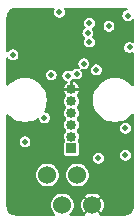
<source format=gbr>
%TF.GenerationSoftware,KiCad,Pcbnew,8.0.8-8.0.8-0~ubuntu24.04.1*%
%TF.CreationDate,2025-02-26T12:27:19-05:00*%
%TF.ProjectId,imu-board,696d752d-626f-4617-9264-2e6b69636164,rev?*%
%TF.SameCoordinates,Original*%
%TF.FileFunction,Copper,L2,Inr*%
%TF.FilePolarity,Positive*%
%FSLAX46Y46*%
G04 Gerber Fmt 4.6, Leading zero omitted, Abs format (unit mm)*
G04 Created by KiCad (PCBNEW 8.0.8-8.0.8-0~ubuntu24.04.1) date 2025-02-26 12:27:19*
%MOMM*%
%LPD*%
G01*
G04 APERTURE LIST*
%TA.AperFunction,ComponentPad*%
%ADD10R,0.850000X0.850000*%
%TD*%
%TA.AperFunction,ComponentPad*%
%ADD11O,0.850000X0.850000*%
%TD*%
%TA.AperFunction,ComponentPad*%
%ADD12C,1.524000*%
%TD*%
%TA.AperFunction,ViaPad*%
%ADD13C,0.508000*%
%TD*%
G04 APERTURE END LIST*
D10*
%TO.N,/MISO*%
%TO.C,J3*%
X56134000Y-69278000D03*
D11*
%TO.N,VCC*%
X56134000Y-68278000D03*
%TO.N,/SCK*%
X56134000Y-67278000D03*
%TO.N,/MOSI*%
X56134000Y-66278000D03*
%TO.N,/nRESET*%
X56134000Y-65278000D03*
%TO.N,GND*%
X56134000Y-64278000D03*
%TD*%
D12*
%TO.N,VCC*%
%TO.C,J2*%
X54097000Y-71521000D03*
%TO.N,/TXD*%
X55367000Y-74061000D03*
%TO.N,/RXD*%
X56637000Y-71521000D03*
%TO.N,GND*%
X57907000Y-74061000D03*
%TD*%
D13*
%TO.N,VCC*%
X54410800Y-63048476D03*
X55107000Y-57753000D03*
X51181000Y-61341000D03*
X61053000Y-60726000D03*
X60907000Y-58026000D03*
X59307000Y-58926000D03*
%TO.N,GND*%
X51181000Y-58928000D03*
X60107000Y-59126000D03*
X59563000Y-61214000D03*
X59690000Y-69723000D03*
X54607000Y-58953000D03*
X52324000Y-70104000D03*
X54607000Y-61453000D03*
X59507000Y-59826000D03*
%TO.N,/nRESET*%
X57658000Y-60270300D03*
%TO.N,/TXD*%
X57658000Y-58674000D03*
X58238200Y-62611000D03*
%TO.N,/RXD*%
X57514680Y-59508779D03*
X57187200Y-62103000D03*
%TO.N,/MOSI*%
X53848000Y-66675000D03*
%TO.N,Net-(JP1-A)*%
X60706000Y-69850000D03*
X55825200Y-63133033D03*
%TO.N,Net-(JP2-A)*%
X56566036Y-62972631D03*
X60706000Y-67564000D03*
%TO.N,Net-(U1-PC3)*%
X52197000Y-68707000D03*
X58420000Y-70104000D03*
%TD*%
%TA.AperFunction,Conductor*%
%TO.N,GND*%
G36*
X54688000Y-57385407D02*
G01*
X54723964Y-57434907D01*
X54723964Y-57496093D01*
X54719867Y-57506613D01*
X54685615Y-57581618D01*
X54666425Y-57623638D01*
X54666424Y-57623641D01*
X54647826Y-57752997D01*
X54647826Y-57753002D01*
X54666424Y-57882358D01*
X54666425Y-57882361D01*
X54720719Y-58001250D01*
X54742167Y-58026002D01*
X54806305Y-58100021D01*
X54886336Y-58151453D01*
X54892416Y-58155361D01*
X54916252Y-58170679D01*
X55041653Y-58207500D01*
X55041654Y-58207500D01*
X55172346Y-58207500D01*
X55172347Y-58207500D01*
X55297748Y-58170679D01*
X55407695Y-58100021D01*
X55493282Y-58001248D01*
X55547574Y-57882364D01*
X55566174Y-57753000D01*
X55561691Y-57721822D01*
X55547575Y-57623641D01*
X55547574Y-57623638D01*
X55547574Y-57623636D01*
X55494136Y-57506623D01*
X55487163Y-57445839D01*
X55517250Y-57392563D01*
X55572906Y-57367145D01*
X55584191Y-57366500D01*
X60579118Y-57366500D01*
X60614139Y-57366500D01*
X60623842Y-57366977D01*
X60683184Y-57372821D01*
X60765271Y-57380906D01*
X60784304Y-57384692D01*
X60808037Y-57391891D01*
X60858234Y-57426875D01*
X60878281Y-57484683D01*
X60860520Y-57543234D01*
X60811737Y-57580163D01*
X60807192Y-57581618D01*
X60763383Y-57594482D01*
X60716252Y-57608321D01*
X60716250Y-57608321D01*
X60716247Y-57608323D01*
X60606309Y-57678976D01*
X60606304Y-57678980D01*
X60520719Y-57777749D01*
X60466425Y-57896638D01*
X60466424Y-57896641D01*
X60447826Y-58025997D01*
X60447826Y-58026002D01*
X60466424Y-58155358D01*
X60466425Y-58155361D01*
X60466425Y-58155362D01*
X60466426Y-58155364D01*
X60495716Y-58219500D01*
X60520719Y-58274250D01*
X60541940Y-58298740D01*
X60606305Y-58373021D01*
X60716252Y-58443679D01*
X60841653Y-58480500D01*
X60841654Y-58480500D01*
X60972346Y-58480500D01*
X60972347Y-58480500D01*
X61097748Y-58443679D01*
X61207695Y-58373021D01*
X61244683Y-58330333D01*
X61297076Y-58298740D01*
X61358037Y-58303976D01*
X61404278Y-58344043D01*
X61418500Y-58395167D01*
X61418500Y-60239322D01*
X61399593Y-60297513D01*
X61350093Y-60333477D01*
X61288907Y-60333477D01*
X61265979Y-60322608D01*
X61243748Y-60308321D01*
X61181047Y-60289910D01*
X61118348Y-60271500D01*
X61118347Y-60271500D01*
X60987653Y-60271500D01*
X60987651Y-60271500D01*
X60862252Y-60308321D01*
X60862247Y-60308323D01*
X60752309Y-60378976D01*
X60752304Y-60378980D01*
X60666719Y-60477749D01*
X60612425Y-60596638D01*
X60612424Y-60596641D01*
X60593826Y-60725997D01*
X60593826Y-60726002D01*
X60612424Y-60855358D01*
X60612425Y-60855361D01*
X60666719Y-60974250D01*
X60687499Y-60998231D01*
X60752305Y-61073021D01*
X60862252Y-61143679D01*
X60987653Y-61180500D01*
X60987654Y-61180500D01*
X61118346Y-61180500D01*
X61118347Y-61180500D01*
X61243748Y-61143679D01*
X61265976Y-61129393D01*
X61325150Y-61113838D01*
X61382167Y-61136036D01*
X61415247Y-61187508D01*
X61418500Y-61212677D01*
X61418500Y-63926691D01*
X61399593Y-63984882D01*
X61350093Y-64020846D01*
X61288907Y-64020846D01*
X61240958Y-63986958D01*
X61211270Y-63948268D01*
X61211268Y-63948266D01*
X61211265Y-63948262D01*
X61039738Y-63776735D01*
X61039733Y-63776731D01*
X61039731Y-63776729D01*
X60847292Y-63629066D01*
X60847289Y-63629064D01*
X60637212Y-63507776D01*
X60637208Y-63507774D01*
X60637204Y-63507772D01*
X60413105Y-63414948D01*
X60413104Y-63414947D01*
X60413100Y-63414946D01*
X60178789Y-63352162D01*
X60178786Y-63352161D01*
X60178784Y-63352161D01*
X59938289Y-63320500D01*
X59938288Y-63320500D01*
X59695712Y-63320500D01*
X59695710Y-63320500D01*
X59455218Y-63352161D01*
X59455213Y-63352161D01*
X59220907Y-63414944D01*
X59220894Y-63414948D01*
X58996795Y-63507772D01*
X58786707Y-63629066D01*
X58594268Y-63776729D01*
X58422729Y-63948268D01*
X58275066Y-64140707D01*
X58153772Y-64350795D01*
X58060948Y-64574894D01*
X58060944Y-64574907D01*
X57998161Y-64809213D01*
X57998161Y-64809218D01*
X57966500Y-65049710D01*
X57966500Y-65292289D01*
X57998161Y-65532781D01*
X57998161Y-65532786D01*
X57998162Y-65532789D01*
X58053273Y-65738466D01*
X58060944Y-65767092D01*
X58060948Y-65767105D01*
X58153772Y-65991204D01*
X58153774Y-65991208D01*
X58153776Y-65991212D01*
X58244500Y-66148350D01*
X58275066Y-66201292D01*
X58422729Y-66393731D01*
X58422730Y-66393732D01*
X58422735Y-66393738D01*
X58594262Y-66565265D01*
X58594266Y-66565268D01*
X58594268Y-66565270D01*
X58774932Y-66703898D01*
X58786711Y-66712936D01*
X58996788Y-66834224D01*
X59220900Y-66927054D01*
X59455211Y-66989838D01*
X59695712Y-67021500D01*
X59695713Y-67021500D01*
X59938287Y-67021500D01*
X59938288Y-67021500D01*
X60178789Y-66989838D01*
X60413100Y-66927054D01*
X60637212Y-66834224D01*
X60847289Y-66712936D01*
X61039738Y-66565265D01*
X61211265Y-66393738D01*
X61240957Y-66355041D01*
X61291381Y-66320385D01*
X61352546Y-66321986D01*
X61401088Y-66359233D01*
X61418500Y-66415308D01*
X61418500Y-74161139D01*
X61418023Y-74170843D01*
X61404093Y-74312271D01*
X61400307Y-74331305D01*
X61360472Y-74462624D01*
X61353045Y-74480554D01*
X61288357Y-74601577D01*
X61277575Y-74617714D01*
X61190517Y-74723794D01*
X61176794Y-74737517D01*
X61070714Y-74824575D01*
X61054577Y-74835357D01*
X60933554Y-74900045D01*
X60915624Y-74907472D01*
X60784305Y-74947307D01*
X60765271Y-74951093D01*
X60623843Y-74965023D01*
X60614139Y-74965500D01*
X58597957Y-74965500D01*
X58539766Y-74946593D01*
X58503802Y-74897093D01*
X58503802Y-74835907D01*
X58512091Y-74823761D01*
X58512851Y-74808274D01*
X58096253Y-74391676D01*
X58140940Y-74365876D01*
X58211876Y-74294940D01*
X58237676Y-74250253D01*
X58654274Y-74666851D01*
X58710739Y-74598050D01*
X58710744Y-74598043D01*
X58800072Y-74430923D01*
X58855081Y-74249585D01*
X58855082Y-74249580D01*
X58873655Y-74061003D01*
X58873655Y-74060996D01*
X58855082Y-73872419D01*
X58855081Y-73872414D01*
X58800072Y-73691076D01*
X58710744Y-73523956D01*
X58710740Y-73523950D01*
X58654274Y-73455147D01*
X58237675Y-73871745D01*
X58211876Y-73827060D01*
X58140940Y-73756124D01*
X58096251Y-73730323D01*
X58512851Y-73313724D01*
X58512852Y-73313724D01*
X58444049Y-73257259D01*
X58444043Y-73257255D01*
X58276923Y-73167927D01*
X58095585Y-73112918D01*
X58095580Y-73112917D01*
X57907003Y-73094345D01*
X57906997Y-73094345D01*
X57718419Y-73112917D01*
X57718414Y-73112918D01*
X57537076Y-73167927D01*
X57369952Y-73257257D01*
X57301147Y-73313724D01*
X57717746Y-73730323D01*
X57673060Y-73756124D01*
X57602124Y-73827060D01*
X57576323Y-73871746D01*
X57159724Y-73455147D01*
X57103257Y-73523952D01*
X57013927Y-73691076D01*
X56958918Y-73872414D01*
X56958917Y-73872419D01*
X56940345Y-74060996D01*
X56940345Y-74061003D01*
X56958917Y-74249580D01*
X56958918Y-74249585D01*
X57013927Y-74430923D01*
X57103255Y-74598043D01*
X57103259Y-74598049D01*
X57159724Y-74666851D01*
X57576323Y-74250251D01*
X57602124Y-74294940D01*
X57673060Y-74365876D01*
X57717745Y-74391675D01*
X57301147Y-74808275D01*
X57302026Y-74826184D01*
X57311833Y-74841504D01*
X57308231Y-74902583D01*
X57269415Y-74949880D01*
X57216041Y-74965500D01*
X56058747Y-74965500D01*
X56000556Y-74946593D01*
X55964592Y-74897093D01*
X55964592Y-74835907D01*
X55995942Y-74789972D01*
X56050883Y-74744883D01*
X56171162Y-74598324D01*
X56260537Y-74431115D01*
X56315573Y-74249683D01*
X56315574Y-74249678D01*
X56334157Y-74061003D01*
X56334157Y-74060996D01*
X56315574Y-73872321D01*
X56315573Y-73872316D01*
X56298877Y-73817280D01*
X56260537Y-73690885D01*
X56171162Y-73523676D01*
X56050883Y-73377117D01*
X55904324Y-73256838D01*
X55864959Y-73235797D01*
X55737120Y-73167465D01*
X55737115Y-73167463D01*
X55555683Y-73112426D01*
X55555678Y-73112425D01*
X55367003Y-73093843D01*
X55366997Y-73093843D01*
X55178321Y-73112425D01*
X55178316Y-73112426D01*
X54996884Y-73167463D01*
X54996879Y-73167465D01*
X54829681Y-73256835D01*
X54829671Y-73256841D01*
X54683121Y-73377113D01*
X54683113Y-73377121D01*
X54562841Y-73523671D01*
X54562835Y-73523681D01*
X54473465Y-73690879D01*
X54473463Y-73690884D01*
X54418426Y-73872316D01*
X54418425Y-73872321D01*
X54399843Y-74060996D01*
X54399843Y-74061003D01*
X54418425Y-74249678D01*
X54418426Y-74249683D01*
X54473463Y-74431115D01*
X54473465Y-74431120D01*
X54541797Y-74558959D01*
X54562838Y-74598324D01*
X54562840Y-74598326D01*
X54562841Y-74598328D01*
X54572566Y-74610178D01*
X54683117Y-74744883D01*
X54683121Y-74744886D01*
X54738058Y-74789972D01*
X54771045Y-74841504D01*
X54767443Y-74902583D01*
X54728627Y-74949880D01*
X54675253Y-74965500D01*
X51423861Y-74965500D01*
X51414157Y-74965023D01*
X51272728Y-74951093D01*
X51253694Y-74947307D01*
X51122375Y-74907472D01*
X51104445Y-74900045D01*
X51039183Y-74865162D01*
X50983420Y-74835356D01*
X50967287Y-74824576D01*
X50870174Y-74744878D01*
X50861205Y-74737517D01*
X50847482Y-74723794D01*
X50800750Y-74666851D01*
X50760421Y-74617710D01*
X50749645Y-74601581D01*
X50684953Y-74480551D01*
X50677527Y-74462624D01*
X50672823Y-74447118D01*
X50637691Y-74331302D01*
X50633906Y-74312270D01*
X50619977Y-74170842D01*
X50619500Y-74161139D01*
X50619500Y-71520996D01*
X53129843Y-71520996D01*
X53129843Y-71521003D01*
X53148425Y-71709678D01*
X53148426Y-71709683D01*
X53203463Y-71891115D01*
X53203465Y-71891120D01*
X53271797Y-72018959D01*
X53292838Y-72058324D01*
X53413117Y-72204883D01*
X53559676Y-72325162D01*
X53726885Y-72414537D01*
X53853280Y-72452877D01*
X53908316Y-72469573D01*
X53908321Y-72469574D01*
X54096997Y-72488157D01*
X54097000Y-72488157D01*
X54097003Y-72488157D01*
X54285678Y-72469574D01*
X54285683Y-72469573D01*
X54467115Y-72414537D01*
X54634324Y-72325162D01*
X54780883Y-72204883D01*
X54901162Y-72058324D01*
X54990537Y-71891115D01*
X55045573Y-71709683D01*
X55045574Y-71709678D01*
X55064157Y-71521003D01*
X55064157Y-71520996D01*
X55669843Y-71520996D01*
X55669843Y-71521003D01*
X55688425Y-71709678D01*
X55688426Y-71709683D01*
X55743463Y-71891115D01*
X55743465Y-71891120D01*
X55811797Y-72018959D01*
X55832838Y-72058324D01*
X55953117Y-72204883D01*
X56099676Y-72325162D01*
X56266885Y-72414537D01*
X56393280Y-72452877D01*
X56448316Y-72469573D01*
X56448321Y-72469574D01*
X56636997Y-72488157D01*
X56637000Y-72488157D01*
X56637003Y-72488157D01*
X56825678Y-72469574D01*
X56825683Y-72469573D01*
X57007115Y-72414537D01*
X57174324Y-72325162D01*
X57320883Y-72204883D01*
X57441162Y-72058324D01*
X57530537Y-71891115D01*
X57585573Y-71709683D01*
X57585574Y-71709678D01*
X57604157Y-71521003D01*
X57604157Y-71520996D01*
X57585574Y-71332321D01*
X57585573Y-71332316D01*
X57568877Y-71277280D01*
X57530537Y-71150885D01*
X57441162Y-70983676D01*
X57320883Y-70837117D01*
X57174324Y-70716838D01*
X57134959Y-70695797D01*
X57007120Y-70627465D01*
X57007115Y-70627463D01*
X56825683Y-70572426D01*
X56825678Y-70572425D01*
X56637003Y-70553843D01*
X56636997Y-70553843D01*
X56448321Y-70572425D01*
X56448316Y-70572426D01*
X56266884Y-70627463D01*
X56266879Y-70627465D01*
X56099681Y-70716835D01*
X56099671Y-70716841D01*
X55953121Y-70837113D01*
X55953113Y-70837121D01*
X55832841Y-70983671D01*
X55832835Y-70983681D01*
X55743465Y-71150879D01*
X55743463Y-71150884D01*
X55688426Y-71332316D01*
X55688425Y-71332321D01*
X55669843Y-71520996D01*
X55064157Y-71520996D01*
X55045574Y-71332321D01*
X55045573Y-71332316D01*
X55028877Y-71277280D01*
X54990537Y-71150885D01*
X54901162Y-70983676D01*
X54780883Y-70837117D01*
X54634324Y-70716838D01*
X54594959Y-70695797D01*
X54467120Y-70627465D01*
X54467115Y-70627463D01*
X54285683Y-70572426D01*
X54285678Y-70572425D01*
X54097003Y-70553843D01*
X54096997Y-70553843D01*
X53908321Y-70572425D01*
X53908316Y-70572426D01*
X53726884Y-70627463D01*
X53726879Y-70627465D01*
X53559681Y-70716835D01*
X53559671Y-70716841D01*
X53413121Y-70837113D01*
X53413113Y-70837121D01*
X53292841Y-70983671D01*
X53292835Y-70983681D01*
X53203465Y-71150879D01*
X53203463Y-71150884D01*
X53148426Y-71332316D01*
X53148425Y-71332321D01*
X53129843Y-71520996D01*
X50619500Y-71520996D01*
X50619500Y-70103997D01*
X57960826Y-70103997D01*
X57960826Y-70104002D01*
X57979424Y-70233358D01*
X57979425Y-70233361D01*
X57979425Y-70233362D01*
X57979426Y-70233364D01*
X58033718Y-70352248D01*
X58033719Y-70352250D01*
X58076511Y-70401634D01*
X58119305Y-70451021D01*
X58229252Y-70521679D01*
X58354653Y-70558500D01*
X58354654Y-70558500D01*
X58485346Y-70558500D01*
X58485347Y-70558500D01*
X58610748Y-70521679D01*
X58720695Y-70451021D01*
X58806282Y-70352248D01*
X58860574Y-70233364D01*
X58865799Y-70197023D01*
X58879174Y-70104002D01*
X58879174Y-70103997D01*
X58860575Y-69974641D01*
X58860574Y-69974638D01*
X58860574Y-69974636D01*
X58806282Y-69855752D01*
X58806280Y-69855750D01*
X58806280Y-69855749D01*
X58801296Y-69849997D01*
X60246826Y-69849997D01*
X60246826Y-69850002D01*
X60265424Y-69979358D01*
X60265425Y-69979361D01*
X60319719Y-70098250D01*
X60362511Y-70147634D01*
X60405305Y-70197021D01*
X60515252Y-70267679D01*
X60640653Y-70304500D01*
X60640654Y-70304500D01*
X60771346Y-70304500D01*
X60771347Y-70304500D01*
X60896748Y-70267679D01*
X61006695Y-70197021D01*
X61092282Y-70098248D01*
X61146574Y-69979364D01*
X61157482Y-69903498D01*
X61165174Y-69850002D01*
X61165174Y-69849997D01*
X61146575Y-69720641D01*
X61146574Y-69720638D01*
X61146574Y-69720636D01*
X61092282Y-69601752D01*
X61092280Y-69601750D01*
X61092280Y-69601749D01*
X61057281Y-69561358D01*
X61006695Y-69502979D01*
X60976779Y-69483753D01*
X60896752Y-69432323D01*
X60896749Y-69432322D01*
X60896748Y-69432321D01*
X60834047Y-69413910D01*
X60771348Y-69395500D01*
X60771347Y-69395500D01*
X60640653Y-69395500D01*
X60640651Y-69395500D01*
X60515252Y-69432321D01*
X60515247Y-69432323D01*
X60405309Y-69502976D01*
X60405304Y-69502980D01*
X60319719Y-69601749D01*
X60265425Y-69720638D01*
X60265424Y-69720641D01*
X60246826Y-69849997D01*
X58801296Y-69849997D01*
X58741709Y-69781231D01*
X58720695Y-69756979D01*
X58667427Y-69722746D01*
X58610752Y-69686323D01*
X58610749Y-69686322D01*
X58610748Y-69686321D01*
X58548047Y-69667910D01*
X58485348Y-69649500D01*
X58485347Y-69649500D01*
X58354653Y-69649500D01*
X58354651Y-69649500D01*
X58229252Y-69686321D01*
X58229247Y-69686323D01*
X58119309Y-69756976D01*
X58119304Y-69756980D01*
X58033719Y-69855749D01*
X57979425Y-69974638D01*
X57979424Y-69974641D01*
X57960826Y-70103997D01*
X50619500Y-70103997D01*
X50619500Y-68706997D01*
X51737826Y-68706997D01*
X51737826Y-68707002D01*
X51756424Y-68836358D01*
X51756425Y-68836361D01*
X51810719Y-68955250D01*
X51853511Y-69004634D01*
X51896305Y-69054021D01*
X52006252Y-69124679D01*
X52131653Y-69161500D01*
X52131654Y-69161500D01*
X52262346Y-69161500D01*
X52262347Y-69161500D01*
X52387748Y-69124679D01*
X52497695Y-69054021D01*
X52583282Y-68955248D01*
X52637574Y-68836364D01*
X52638021Y-68833253D01*
X52656174Y-68707002D01*
X52656174Y-68706997D01*
X52637575Y-68577641D01*
X52637574Y-68577638D01*
X52637574Y-68577636D01*
X52583282Y-68458752D01*
X52583280Y-68458750D01*
X52583280Y-68458749D01*
X52548281Y-68418358D01*
X52497695Y-68359979D01*
X52467779Y-68340753D01*
X52387752Y-68289323D01*
X52387749Y-68289322D01*
X52387748Y-68289321D01*
X52325047Y-68270910D01*
X52262348Y-68252500D01*
X52262347Y-68252500D01*
X52131653Y-68252500D01*
X52131651Y-68252500D01*
X52006252Y-68289321D01*
X52006247Y-68289323D01*
X51896309Y-68359976D01*
X51896304Y-68359980D01*
X51810719Y-68458749D01*
X51756425Y-68577638D01*
X51756424Y-68577641D01*
X51737826Y-68706997D01*
X50619500Y-68706997D01*
X50619500Y-66453102D01*
X50638407Y-66394911D01*
X50687907Y-66358947D01*
X50749093Y-66358947D01*
X50795268Y-66391583D01*
X50795594Y-66391298D01*
X50796784Y-66392655D01*
X50797046Y-66392840D01*
X50797735Y-66393738D01*
X50969262Y-66565265D01*
X50969266Y-66565268D01*
X50969268Y-66565270D01*
X51149932Y-66703898D01*
X51161711Y-66712936D01*
X51371788Y-66834224D01*
X51595900Y-66927054D01*
X51830211Y-66989838D01*
X52070712Y-67021500D01*
X52070713Y-67021500D01*
X52313287Y-67021500D01*
X52313288Y-67021500D01*
X52553789Y-66989838D01*
X52788100Y-66927054D01*
X53012212Y-66834224D01*
X53222289Y-66712936D01*
X53243001Y-66697042D01*
X53300673Y-66676617D01*
X53359340Y-66693992D01*
X53396589Y-66742532D01*
X53401261Y-66761493D01*
X53407424Y-66804359D01*
X53407425Y-66804361D01*
X53407425Y-66804362D01*
X53407426Y-66804364D01*
X53432910Y-66860167D01*
X53461719Y-66923250D01*
X53504511Y-66972634D01*
X53547305Y-67022021D01*
X53657252Y-67092679D01*
X53782653Y-67129500D01*
X53782654Y-67129500D01*
X53913346Y-67129500D01*
X53913347Y-67129500D01*
X54038748Y-67092679D01*
X54148695Y-67022021D01*
X54234282Y-66923248D01*
X54288574Y-66804364D01*
X54303019Y-66703898D01*
X54307174Y-66675002D01*
X54307174Y-66674997D01*
X54288575Y-66545641D01*
X54288574Y-66545638D01*
X54288574Y-66545636D01*
X54234282Y-66426752D01*
X54234280Y-66426750D01*
X54234280Y-66426749D01*
X54199281Y-66386358D01*
X54148695Y-66327979D01*
X54118779Y-66308753D01*
X54038752Y-66257323D01*
X54038749Y-66257322D01*
X54038748Y-66257321D01*
X53976047Y-66238910D01*
X53913348Y-66220500D01*
X53913347Y-66220500D01*
X53894318Y-66220500D01*
X53836127Y-66201593D01*
X53800163Y-66152093D01*
X53800163Y-66090907D01*
X53808581Y-66072000D01*
X53855224Y-65991212D01*
X53948054Y-65767100D01*
X54010838Y-65532789D01*
X54042500Y-65292288D01*
X54042500Y-65049712D01*
X54010838Y-64809211D01*
X53948054Y-64574900D01*
X53855224Y-64350788D01*
X53733936Y-64140711D01*
X53730617Y-64136386D01*
X53586270Y-63948268D01*
X53586268Y-63948266D01*
X53586265Y-63948262D01*
X53414738Y-63776735D01*
X53414733Y-63776731D01*
X53414731Y-63776729D01*
X53222292Y-63629066D01*
X53222289Y-63629064D01*
X53012212Y-63507776D01*
X53012208Y-63507774D01*
X53012204Y-63507772D01*
X52788105Y-63414948D01*
X52788104Y-63414947D01*
X52788100Y-63414946D01*
X52553789Y-63352162D01*
X52553786Y-63352161D01*
X52553784Y-63352161D01*
X52313289Y-63320500D01*
X52313288Y-63320500D01*
X52070712Y-63320500D01*
X52070710Y-63320500D01*
X51830218Y-63352161D01*
X51830213Y-63352161D01*
X51595907Y-63414944D01*
X51595894Y-63414948D01*
X51371795Y-63507772D01*
X51161707Y-63629066D01*
X50969268Y-63776729D01*
X50797731Y-63948266D01*
X50797039Y-63949169D01*
X50796786Y-63949342D01*
X50795594Y-63950702D01*
X50795248Y-63950399D01*
X50746612Y-63983822D01*
X50685448Y-63982217D01*
X50636908Y-63944967D01*
X50619500Y-63888897D01*
X50619500Y-63048473D01*
X53951626Y-63048473D01*
X53951626Y-63048478D01*
X53970224Y-63177834D01*
X53970225Y-63177837D01*
X54024519Y-63296726D01*
X54045120Y-63320500D01*
X54110105Y-63395497D01*
X54220052Y-63466155D01*
X54345453Y-63502976D01*
X54345454Y-63502976D01*
X54476146Y-63502976D01*
X54476147Y-63502976D01*
X54601548Y-63466155D01*
X54711495Y-63395497D01*
X54797082Y-63296724D01*
X54851374Y-63177840D01*
X54857816Y-63133035D01*
X54857817Y-63133030D01*
X55366026Y-63133030D01*
X55366026Y-63133035D01*
X55384624Y-63262391D01*
X55384625Y-63262394D01*
X55384625Y-63262395D01*
X55384626Y-63262397D01*
X55425620Y-63352162D01*
X55438919Y-63381283D01*
X55478646Y-63427130D01*
X55524505Y-63480054D01*
X55634452Y-63550712D01*
X55747331Y-63583856D01*
X55797838Y-63618392D01*
X55818400Y-63676019D01*
X55801162Y-63734726D01*
X55780486Y-63755495D01*
X55780834Y-63755887D01*
X55662745Y-63860503D01*
X55662745Y-63860504D01*
X55576526Y-63985414D01*
X55522705Y-64127329D01*
X55522705Y-64127330D01*
X55516552Y-64178000D01*
X55904823Y-64178000D01*
X55884000Y-64228272D01*
X55884000Y-64327728D01*
X55904823Y-64378000D01*
X55516552Y-64378000D01*
X55522705Y-64428669D01*
X55522705Y-64428670D01*
X55576526Y-64570585D01*
X55662745Y-64695495D01*
X55662746Y-64695497D01*
X55671851Y-64703563D01*
X55702870Y-64756303D01*
X55696964Y-64817202D01*
X55671855Y-64851764D01*
X55662368Y-64860169D01*
X55576079Y-64985180D01*
X55522215Y-65127209D01*
X55522214Y-65127210D01*
X55503906Y-65277998D01*
X55503906Y-65278001D01*
X55522214Y-65428789D01*
X55522215Y-65428790D01*
X55576079Y-65570819D01*
X55662368Y-65695830D01*
X55662369Y-65695832D01*
X55671474Y-65703898D01*
X55702493Y-65756638D01*
X55696587Y-65817537D01*
X55671474Y-65852102D01*
X55662369Y-65860167D01*
X55662368Y-65860169D01*
X55576079Y-65985180D01*
X55522215Y-66127209D01*
X55522214Y-66127210D01*
X55503906Y-66277998D01*
X55503906Y-66278001D01*
X55522214Y-66428789D01*
X55522215Y-66428790D01*
X55576079Y-66570819D01*
X55662368Y-66695830D01*
X55662369Y-66695832D01*
X55671474Y-66703898D01*
X55702493Y-66756638D01*
X55696587Y-66817537D01*
X55671474Y-66852102D01*
X55662369Y-66860167D01*
X55662368Y-66860169D01*
X55576079Y-66985180D01*
X55522215Y-67127209D01*
X55522214Y-67127210D01*
X55503906Y-67277998D01*
X55503906Y-67278001D01*
X55522214Y-67428789D01*
X55522215Y-67428791D01*
X55524434Y-67434641D01*
X55576079Y-67570819D01*
X55662368Y-67695830D01*
X55662369Y-67695832D01*
X55671474Y-67703898D01*
X55702493Y-67756638D01*
X55696587Y-67817537D01*
X55671474Y-67852102D01*
X55662369Y-67860167D01*
X55662368Y-67860169D01*
X55576079Y-67985180D01*
X55522215Y-68127209D01*
X55522214Y-68127210D01*
X55503906Y-68277998D01*
X55503906Y-68278001D01*
X55522214Y-68428789D01*
X55522215Y-68428790D01*
X55576080Y-68570821D01*
X55576081Y-68570824D01*
X55580666Y-68577466D01*
X55598159Y-68636097D01*
X55577848Y-68693813D01*
X55569195Y-68703701D01*
X55564447Y-68708449D01*
X55520134Y-68774766D01*
X55520132Y-68774772D01*
X55508501Y-68833241D01*
X55508500Y-68833253D01*
X55508500Y-69722746D01*
X55508501Y-69722758D01*
X55515309Y-69756980D01*
X55520133Y-69781231D01*
X55564448Y-69847552D01*
X55630769Y-69891867D01*
X55675231Y-69900711D01*
X55689241Y-69903498D01*
X55689246Y-69903498D01*
X55689252Y-69903500D01*
X55689253Y-69903500D01*
X56578747Y-69903500D01*
X56578748Y-69903500D01*
X56637231Y-69891867D01*
X56703552Y-69847552D01*
X56747867Y-69781231D01*
X56759500Y-69722748D01*
X56759500Y-68833252D01*
X56747867Y-68774769D01*
X56703552Y-68708448D01*
X56703548Y-68708445D01*
X56698807Y-68703704D01*
X56671030Y-68649187D01*
X56680601Y-68588755D01*
X56687338Y-68577458D01*
X56691921Y-68570819D01*
X56745785Y-68428791D01*
X56762719Y-68289323D01*
X56764094Y-68278001D01*
X56764094Y-68277998D01*
X56745785Y-68127210D01*
X56745785Y-68127209D01*
X56691921Y-67985181D01*
X56605632Y-67860170D01*
X56596525Y-67852102D01*
X56565507Y-67799366D01*
X56571410Y-67738466D01*
X56596524Y-67703898D01*
X56605632Y-67695830D01*
X56691921Y-67570819D01*
X56694508Y-67563997D01*
X60246826Y-67563997D01*
X60246826Y-67564002D01*
X60265424Y-67693358D01*
X60265425Y-67693361D01*
X60265425Y-67693362D01*
X60265426Y-67693364D01*
X60270237Y-67703898D01*
X60319719Y-67812250D01*
X60361243Y-67860171D01*
X60405305Y-67911021D01*
X60515252Y-67981679D01*
X60640653Y-68018500D01*
X60640654Y-68018500D01*
X60771346Y-68018500D01*
X60771347Y-68018500D01*
X60896748Y-67981679D01*
X61006695Y-67911021D01*
X61092282Y-67812248D01*
X61146574Y-67693364D01*
X61146575Y-67693358D01*
X61165174Y-67564002D01*
X61165174Y-67563997D01*
X61146575Y-67434641D01*
X61146574Y-67434638D01*
X61146574Y-67434636D01*
X61092282Y-67315752D01*
X61092280Y-67315750D01*
X61092280Y-67315749D01*
X61057281Y-67275358D01*
X61006695Y-67216979D01*
X60976779Y-67197753D01*
X60896752Y-67146323D01*
X60896749Y-67146322D01*
X60896748Y-67146321D01*
X60831658Y-67127209D01*
X60771348Y-67109500D01*
X60771347Y-67109500D01*
X60640653Y-67109500D01*
X60640651Y-67109500D01*
X60515252Y-67146321D01*
X60515247Y-67146323D01*
X60405309Y-67216976D01*
X60405304Y-67216980D01*
X60319719Y-67315749D01*
X60265425Y-67434638D01*
X60265424Y-67434641D01*
X60246826Y-67563997D01*
X56694508Y-67563997D01*
X56745785Y-67428791D01*
X56764094Y-67278000D01*
X56756684Y-67216976D01*
X56748106Y-67146323D01*
X56745785Y-67127209D01*
X56691921Y-66985181D01*
X56605632Y-66860170D01*
X56596525Y-66852102D01*
X56565507Y-66799366D01*
X56571410Y-66738466D01*
X56596524Y-66703898D01*
X56605632Y-66695830D01*
X56691921Y-66570819D01*
X56745785Y-66428791D01*
X56764094Y-66278000D01*
X56761583Y-66257323D01*
X56745785Y-66127210D01*
X56745785Y-66127209D01*
X56691921Y-65985181D01*
X56605632Y-65860170D01*
X56596525Y-65852102D01*
X56565507Y-65799366D01*
X56571410Y-65738466D01*
X56596524Y-65703898D01*
X56605632Y-65695830D01*
X56691921Y-65570819D01*
X56745785Y-65428791D01*
X56764094Y-65278000D01*
X56745785Y-65127209D01*
X56691921Y-64985181D01*
X56605632Y-64860170D01*
X56596147Y-64851767D01*
X56565129Y-64799027D01*
X56571035Y-64738127D01*
X56596150Y-64703560D01*
X56605256Y-64695492D01*
X56691473Y-64570585D01*
X56745294Y-64428670D01*
X56745294Y-64428669D01*
X56751448Y-64378000D01*
X56363177Y-64378000D01*
X56384000Y-64327728D01*
X56384000Y-64228272D01*
X56363177Y-64178000D01*
X56751447Y-64178000D01*
X56745294Y-64127330D01*
X56745294Y-64127329D01*
X56691473Y-63985414D01*
X56605254Y-63860504D01*
X56605254Y-63860503D01*
X56491649Y-63759859D01*
X56357256Y-63689323D01*
X56234000Y-63658942D01*
X56234000Y-64048823D01*
X56183728Y-64028000D01*
X56084272Y-64028000D01*
X56034000Y-64048823D01*
X56034000Y-63640916D01*
X56025479Y-63628247D01*
X56027696Y-63567102D01*
X56065430Y-63518937D01*
X56067072Y-63517856D01*
X56125895Y-63480054D01*
X56208871Y-63384293D01*
X56261267Y-63352698D01*
X56322228Y-63357934D01*
X56337213Y-63365841D01*
X56361241Y-63381283D01*
X56375288Y-63390310D01*
X56500689Y-63427131D01*
X56500690Y-63427131D01*
X56631382Y-63427131D01*
X56631383Y-63427131D01*
X56756784Y-63390310D01*
X56866731Y-63319652D01*
X56952318Y-63220879D01*
X57006610Y-63101995D01*
X57011857Y-63065500D01*
X57025210Y-62972633D01*
X57025210Y-62972628D01*
X57006611Y-62843272D01*
X57006610Y-62843269D01*
X57006610Y-62843267D01*
X56952318Y-62724383D01*
X56952316Y-62724381D01*
X56952316Y-62724380D01*
X56921306Y-62688593D01*
X56897488Y-62632234D01*
X56902426Y-62610997D01*
X57779026Y-62610997D01*
X57779026Y-62611002D01*
X57797624Y-62740358D01*
X57797625Y-62740361D01*
X57797625Y-62740362D01*
X57797626Y-62740364D01*
X57824965Y-62800228D01*
X57851919Y-62859250D01*
X57874043Y-62884782D01*
X57937505Y-62958021D01*
X58047452Y-63028679D01*
X58172853Y-63065500D01*
X58172854Y-63065500D01*
X58303546Y-63065500D01*
X58303547Y-63065500D01*
X58428948Y-63028679D01*
X58538895Y-62958021D01*
X58624482Y-62859248D01*
X58678774Y-62740364D01*
X58684368Y-62701456D01*
X58697374Y-62611002D01*
X58697374Y-62610997D01*
X58678775Y-62481641D01*
X58678774Y-62481638D01*
X58678774Y-62481636D01*
X58624482Y-62362752D01*
X58624480Y-62362750D01*
X58624480Y-62362749D01*
X58589481Y-62322358D01*
X58538895Y-62263979D01*
X58489696Y-62232361D01*
X58428952Y-62193323D01*
X58428949Y-62193322D01*
X58428948Y-62193321D01*
X58366247Y-62174910D01*
X58303548Y-62156500D01*
X58303547Y-62156500D01*
X58172853Y-62156500D01*
X58172851Y-62156500D01*
X58047452Y-62193321D01*
X58047447Y-62193323D01*
X57937509Y-62263976D01*
X57937504Y-62263980D01*
X57851919Y-62362749D01*
X57797625Y-62481638D01*
X57797624Y-62481641D01*
X57779026Y-62610997D01*
X56902426Y-62610997D01*
X56911346Y-62572639D01*
X56957587Y-62532571D01*
X57018548Y-62527335D01*
X57023991Y-62528765D01*
X57121853Y-62557500D01*
X57121854Y-62557500D01*
X57252546Y-62557500D01*
X57252547Y-62557500D01*
X57377948Y-62520679D01*
X57487895Y-62450021D01*
X57573482Y-62351248D01*
X57627774Y-62232364D01*
X57627775Y-62232358D01*
X57646374Y-62103002D01*
X57646374Y-62102997D01*
X57627775Y-61973641D01*
X57627774Y-61973638D01*
X57627774Y-61973636D01*
X57573482Y-61854752D01*
X57573480Y-61854750D01*
X57573480Y-61854749D01*
X57522139Y-61795499D01*
X57487895Y-61755979D01*
X57457979Y-61736753D01*
X57377952Y-61685323D01*
X57377949Y-61685322D01*
X57377948Y-61685321D01*
X57315247Y-61666910D01*
X57252548Y-61648500D01*
X57252547Y-61648500D01*
X57121853Y-61648500D01*
X57121851Y-61648500D01*
X56996452Y-61685321D01*
X56996447Y-61685323D01*
X56886509Y-61755976D01*
X56886504Y-61755980D01*
X56800919Y-61854749D01*
X56746625Y-61973638D01*
X56746624Y-61973641D01*
X56728026Y-62102997D01*
X56728026Y-62103002D01*
X56746624Y-62232358D01*
X56746625Y-62232361D01*
X56746625Y-62232362D01*
X56746626Y-62232364D01*
X56800918Y-62351248D01*
X56800919Y-62351250D01*
X56831929Y-62387037D01*
X56855747Y-62443396D01*
X56841889Y-62502991D01*
X56795648Y-62543059D01*
X56734687Y-62548295D01*
X56729218Y-62546858D01*
X56631384Y-62518131D01*
X56631383Y-62518131D01*
X56500689Y-62518131D01*
X56500687Y-62518131D01*
X56375288Y-62554952D01*
X56375283Y-62554954D01*
X56265345Y-62625607D01*
X56265343Y-62625608D01*
X56265341Y-62625609D01*
X56265341Y-62625610D01*
X56260845Y-62630799D01*
X56182364Y-62721370D01*
X56129967Y-62752965D01*
X56069006Y-62747729D01*
X56054022Y-62739822D01*
X56015952Y-62715356D01*
X56015949Y-62715355D01*
X56015948Y-62715354D01*
X55953247Y-62696943D01*
X55890548Y-62678533D01*
X55890547Y-62678533D01*
X55759853Y-62678533D01*
X55759851Y-62678533D01*
X55634452Y-62715354D01*
X55634447Y-62715356D01*
X55524509Y-62786009D01*
X55524504Y-62786013D01*
X55438919Y-62884782D01*
X55384625Y-63003671D01*
X55384624Y-63003674D01*
X55366026Y-63133030D01*
X54857817Y-63133030D01*
X54869974Y-63048478D01*
X54869974Y-63048473D01*
X54851375Y-62919117D01*
X54851374Y-62919114D01*
X54851374Y-62919112D01*
X54797082Y-62800228D01*
X54797080Y-62800226D01*
X54797080Y-62800225D01*
X54762081Y-62759834D01*
X54711495Y-62701455D01*
X54675827Y-62678533D01*
X54601552Y-62630799D01*
X54601549Y-62630798D01*
X54601548Y-62630797D01*
X54534115Y-62610997D01*
X54476148Y-62593976D01*
X54476147Y-62593976D01*
X54345453Y-62593976D01*
X54345451Y-62593976D01*
X54220052Y-62630797D01*
X54220047Y-62630799D01*
X54110109Y-62701452D01*
X54110104Y-62701456D01*
X54024519Y-62800225D01*
X53970225Y-62919114D01*
X53970224Y-62919117D01*
X53951626Y-63048473D01*
X50619500Y-63048473D01*
X50619500Y-61652464D01*
X50638407Y-61594273D01*
X50687907Y-61558309D01*
X50749093Y-61558309D01*
X50793319Y-61587633D01*
X50794717Y-61589247D01*
X50794718Y-61589248D01*
X50880305Y-61688021D01*
X50960336Y-61739453D01*
X50986050Y-61755979D01*
X50990252Y-61758679D01*
X51115653Y-61795500D01*
X51115654Y-61795500D01*
X51246346Y-61795500D01*
X51246347Y-61795500D01*
X51371748Y-61758679D01*
X51481695Y-61688021D01*
X51567282Y-61589248D01*
X51621574Y-61470364D01*
X51640174Y-61341000D01*
X51621574Y-61211636D01*
X51567282Y-61092752D01*
X51567280Y-61092750D01*
X51567280Y-61092749D01*
X51485379Y-60998231D01*
X51481695Y-60993979D01*
X51450993Y-60974248D01*
X51371752Y-60923323D01*
X51371749Y-60923322D01*
X51371748Y-60923321D01*
X51309047Y-60904910D01*
X51246348Y-60886500D01*
X51246347Y-60886500D01*
X51115653Y-60886500D01*
X51115651Y-60886500D01*
X50990252Y-60923321D01*
X50990247Y-60923323D01*
X50880309Y-60993976D01*
X50880304Y-60993980D01*
X50793319Y-61094366D01*
X50740923Y-61125962D01*
X50679962Y-61120726D01*
X50633721Y-61080658D01*
X50619500Y-61029535D01*
X50619500Y-59508776D01*
X57055506Y-59508776D01*
X57055506Y-59508781D01*
X57074104Y-59638137D01*
X57074105Y-59638140D01*
X57128399Y-59757029D01*
X57159827Y-59793298D01*
X57213985Y-59855800D01*
X57234987Y-59869297D01*
X57247483Y-59877328D01*
X57286214Y-59924694D01*
X57289708Y-59985779D01*
X57274180Y-60015218D01*
X57275546Y-60016096D01*
X57271720Y-60022048D01*
X57217425Y-60140938D01*
X57217424Y-60140941D01*
X57198826Y-60270297D01*
X57198826Y-60270302D01*
X57217424Y-60399658D01*
X57217425Y-60399661D01*
X57271719Y-60518550D01*
X57314511Y-60567934D01*
X57357305Y-60617321D01*
X57467252Y-60687979D01*
X57592653Y-60724800D01*
X57592654Y-60724800D01*
X57723346Y-60724800D01*
X57723347Y-60724800D01*
X57848748Y-60687979D01*
X57958695Y-60617321D01*
X58044282Y-60518548D01*
X58098574Y-60399664D01*
X58101549Y-60378976D01*
X58117174Y-60270302D01*
X58117174Y-60270297D01*
X58098575Y-60140941D01*
X58098574Y-60140938D01*
X58098574Y-60140936D01*
X58044282Y-60022052D01*
X58044280Y-60022050D01*
X58044280Y-60022049D01*
X58009281Y-59981658D01*
X57958695Y-59923279D01*
X57925195Y-59901750D01*
X57886464Y-59854384D01*
X57882972Y-59793298D01*
X57898508Y-59763867D01*
X57897134Y-59762984D01*
X57900959Y-59757031D01*
X57900959Y-59757029D01*
X57900962Y-59757027D01*
X57955254Y-59638143D01*
X57973854Y-59508779D01*
X57955254Y-59379415D01*
X57900962Y-59260531D01*
X57900960Y-59260529D01*
X57900960Y-59260528D01*
X57863127Y-59216867D01*
X57839309Y-59160508D01*
X57853167Y-59100913D01*
X57884419Y-59068754D01*
X57958695Y-59021021D01*
X58041033Y-58925997D01*
X58847826Y-58925997D01*
X58847826Y-58926002D01*
X58866424Y-59055358D01*
X58866425Y-59055361D01*
X58866425Y-59055362D01*
X58866426Y-59055364D01*
X58914443Y-59160508D01*
X58920719Y-59174250D01*
X58957647Y-59216867D01*
X59006305Y-59273021D01*
X59116252Y-59343679D01*
X59241653Y-59380500D01*
X59241654Y-59380500D01*
X59372346Y-59380500D01*
X59372347Y-59380500D01*
X59497748Y-59343679D01*
X59607695Y-59273021D01*
X59693282Y-59174248D01*
X59747574Y-59055364D01*
X59766174Y-58926000D01*
X59748541Y-58803364D01*
X59747575Y-58796641D01*
X59747574Y-58796638D01*
X59747574Y-58796636D01*
X59693282Y-58677752D01*
X59693280Y-58677750D01*
X59693280Y-58677749D01*
X59658281Y-58637358D01*
X59607695Y-58578979D01*
X59554256Y-58544636D01*
X59497752Y-58508323D01*
X59497749Y-58508322D01*
X59497748Y-58508321D01*
X59435047Y-58489910D01*
X59372348Y-58471500D01*
X59372347Y-58471500D01*
X59241653Y-58471500D01*
X59241651Y-58471500D01*
X59116252Y-58508321D01*
X59116247Y-58508323D01*
X59006309Y-58578976D01*
X59006304Y-58578980D01*
X58920719Y-58677749D01*
X58866425Y-58796638D01*
X58866424Y-58796641D01*
X58847826Y-58925997D01*
X58041033Y-58925997D01*
X58044282Y-58922248D01*
X58098574Y-58803364D01*
X58117174Y-58674000D01*
X58103511Y-58578976D01*
X58098575Y-58544641D01*
X58098574Y-58544638D01*
X58098574Y-58544636D01*
X58044282Y-58425752D01*
X58044280Y-58425750D01*
X58044280Y-58425749D01*
X57998589Y-58373019D01*
X57958695Y-58326979D01*
X57914754Y-58298740D01*
X57848752Y-58256323D01*
X57848749Y-58256322D01*
X57848748Y-58256321D01*
X57786047Y-58237910D01*
X57723348Y-58219500D01*
X57723347Y-58219500D01*
X57592653Y-58219500D01*
X57592651Y-58219500D01*
X57467252Y-58256321D01*
X57467247Y-58256323D01*
X57357309Y-58326976D01*
X57357304Y-58326980D01*
X57271719Y-58425749D01*
X57217425Y-58544638D01*
X57217424Y-58544641D01*
X57198826Y-58673997D01*
X57198826Y-58674002D01*
X57217424Y-58803358D01*
X57217425Y-58803361D01*
X57271719Y-58922250D01*
X57309552Y-58965911D01*
X57333370Y-59022270D01*
X57319512Y-59081865D01*
X57288257Y-59114026D01*
X57213986Y-59161757D01*
X57213984Y-59161759D01*
X57128399Y-59260528D01*
X57074105Y-59379417D01*
X57074104Y-59379420D01*
X57055506Y-59508776D01*
X50619500Y-59508776D01*
X50619500Y-58170860D01*
X50619977Y-58161157D01*
X50633288Y-58026002D01*
X50633906Y-58019726D01*
X50637690Y-58000699D01*
X50677529Y-57869368D01*
X50684951Y-57851451D01*
X50749647Y-57730413D01*
X50760417Y-57714294D01*
X50847485Y-57608201D01*
X50861201Y-57594485D01*
X50967294Y-57507417D01*
X50983413Y-57496647D01*
X51104451Y-57431951D01*
X51122368Y-57424529D01*
X51253699Y-57384690D01*
X51272726Y-57380906D01*
X51370943Y-57371233D01*
X51414158Y-57366977D01*
X51423861Y-57366500D01*
X51458882Y-57366500D01*
X54629809Y-57366500D01*
X54688000Y-57385407D01*
G37*
%TD.AperFunction*%
%TD*%
M02*

</source>
